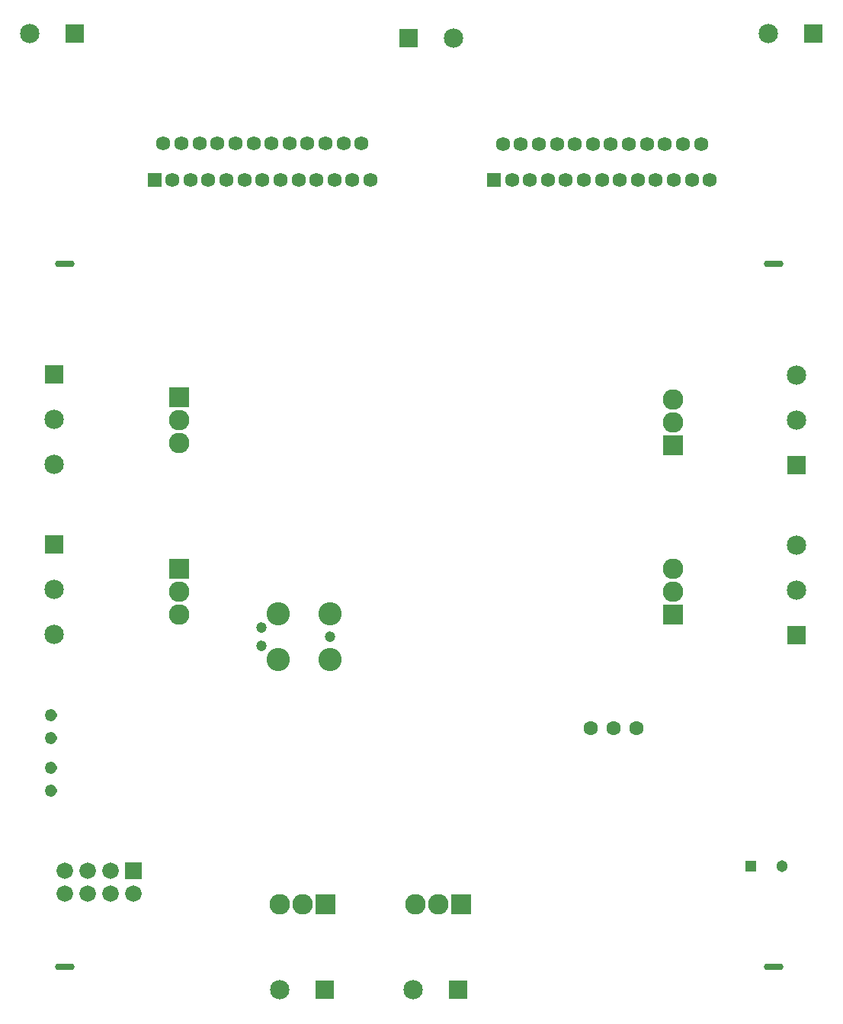
<source format=gbs>
G04*
G04 #@! TF.GenerationSoftware,Altium Limited,Altium Designer,24.2.2 (26)*
G04*
G04 Layer_Color=16711935*
%FSLAX25Y25*%
%MOIN*%
G70*
G04*
G04 #@! TF.SameCoordinates,1A1EAA83-3352-477D-9F2F-1BB8837AECD5*
G04*
G04*
G04 #@! TF.FilePolarity,Negative*
G04*
G01*
G75*
%ADD34C,0.02700*%
%ADD53R,0.08477X0.08477*%
%ADD54C,0.08477*%
%ADD55R,0.07200X0.07200*%
%ADD56C,0.07200*%
%ADD57O,0.08595X0.02887*%
%ADD58R,0.08477X0.08477*%
%ADD59R,0.09009X0.09009*%
%ADD60C,0.09009*%
%ADD61C,0.10150*%
%ADD62C,0.04700*%
%ADD63C,0.05131*%
%ADD64R,0.05131X0.05131*%
%ADD65C,0.06312*%
%ADD66R,0.09009X0.09009*%
%ADD67C,0.06265*%
%ADD68R,0.06265X0.06265*%
D34*
X225350Y477000D02*
X224955Y477955D01*
X224000Y478350D01*
X223045Y477955D01*
X222650Y477000D01*
X223045Y476045D01*
X224000Y475650D01*
X224955Y476045D01*
X225350Y477000D01*
Y467000D02*
X224955Y467955D01*
X224000Y468350D01*
X223045Y467955D01*
X222650Y467000D01*
X223045Y466045D01*
X224000Y465650D01*
X224955Y466045D01*
X225350Y467000D01*
Y500000D02*
X224955Y500955D01*
X224000Y501350D01*
X223045Y500955D01*
X222650Y500000D01*
X223045Y499045D01*
X224000Y498650D01*
X224955Y499045D01*
X225350Y500000D01*
Y490000D02*
X224955Y490955D01*
X224000Y491350D01*
X223045Y490955D01*
X222650Y490000D01*
X223045Y489045D01*
X224000Y488650D01*
X224955Y489045D01*
X225350Y490000D01*
D53*
X225587Y649109D02*
D03*
Y574924D02*
D03*
X550000Y535130D02*
D03*
Y609315D02*
D03*
D54*
X225587Y629424D02*
D03*
Y609739D02*
D03*
X324000Y380000D02*
D03*
X382315D02*
D03*
X225587Y535554D02*
D03*
Y555239D02*
D03*
X550000Y554815D02*
D03*
Y574500D02*
D03*
Y629000D02*
D03*
Y648685D02*
D03*
X400000Y796000D02*
D03*
X537815Y798000D02*
D03*
X214815D02*
D03*
D55*
X260000Y432000D02*
D03*
D56*
X250000D02*
D03*
X240000D02*
D03*
X230000D02*
D03*
X250000Y422000D02*
D03*
X240000D02*
D03*
X230000D02*
D03*
X260000D02*
D03*
D57*
X230000Y697500D02*
D03*
X540000D02*
D03*
X230000Y390000D02*
D03*
X540000D02*
D03*
D58*
X343685Y380000D02*
D03*
X402000D02*
D03*
X380315Y796000D02*
D03*
X557500Y798000D02*
D03*
X234500D02*
D03*
D59*
X344052Y417447D02*
D03*
X403565Y417519D02*
D03*
D60*
X334052Y417447D02*
D03*
X324052D02*
D03*
X393565Y417519D02*
D03*
X383565D02*
D03*
X280000Y554000D02*
D03*
Y544000D02*
D03*
Y619235D02*
D03*
Y629235D02*
D03*
X496000Y638000D02*
D03*
Y628000D02*
D03*
Y564000D02*
D03*
Y554000D02*
D03*
D61*
X323500Y544500D02*
D03*
X346000D02*
D03*
X323500Y524500D02*
D03*
X346000D02*
D03*
D62*
X316000Y538496D02*
D03*
Y530504D02*
D03*
X346000Y534500D02*
D03*
D63*
X543780Y434000D02*
D03*
D64*
X530000D02*
D03*
D65*
X480006Y494530D02*
D03*
X470006D02*
D03*
X460006D02*
D03*
D66*
X280000Y564000D02*
D03*
Y639235D02*
D03*
X496000Y618000D02*
D03*
Y544000D02*
D03*
D67*
X512244Y734000D02*
D03*
X508307Y749748D02*
D03*
X504370Y734000D02*
D03*
X500433Y749748D02*
D03*
X496496Y734000D02*
D03*
X492559Y749748D02*
D03*
X488622Y734000D02*
D03*
X484685Y749748D02*
D03*
X480748Y734000D02*
D03*
X476811Y749748D02*
D03*
X472874Y734000D02*
D03*
X468937Y749748D02*
D03*
X465000Y734000D02*
D03*
X461063Y749748D02*
D03*
X457126Y734000D02*
D03*
X453189Y749748D02*
D03*
X449252Y734000D02*
D03*
X445315Y749748D02*
D03*
X441378Y734000D02*
D03*
X437441Y749748D02*
D03*
X433504Y734000D02*
D03*
X429567Y749748D02*
D03*
X425630Y734000D02*
D03*
X421693Y749748D02*
D03*
X363811Y734252D02*
D03*
X359874Y750000D02*
D03*
X355937Y734252D02*
D03*
X352000Y750000D02*
D03*
X348063Y734252D02*
D03*
X344126Y750000D02*
D03*
X340189Y734252D02*
D03*
X336252Y750000D02*
D03*
X332315Y734252D02*
D03*
X328378Y750000D02*
D03*
X324441Y734252D02*
D03*
X320504Y750000D02*
D03*
X316567Y734252D02*
D03*
X312630Y750000D02*
D03*
X308693Y734252D02*
D03*
X304756Y750000D02*
D03*
X300819Y734252D02*
D03*
X296882Y750000D02*
D03*
X292945Y734252D02*
D03*
X289008Y750000D02*
D03*
X285071Y734252D02*
D03*
X281134Y750000D02*
D03*
X277197Y734252D02*
D03*
X273260Y750000D02*
D03*
D68*
X417756Y734000D02*
D03*
X269323Y734252D02*
D03*
M02*

</source>
